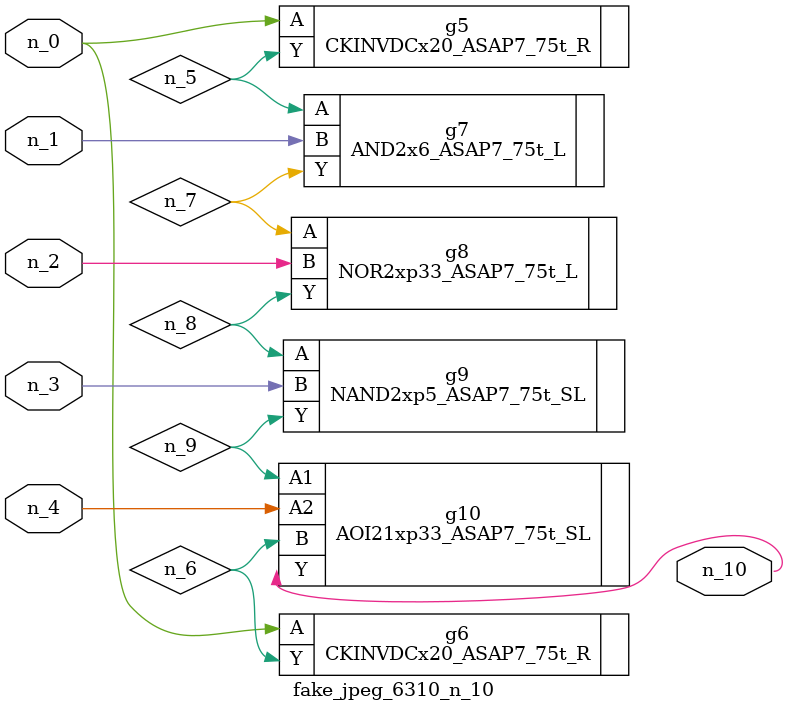
<source format=v>
module fake_jpeg_6310_n_10 (n_3, n_2, n_1, n_0, n_4, n_10);

input n_3;
input n_2;
input n_1;
input n_0;
input n_4;

output n_10;

wire n_8;
wire n_9;
wire n_6;
wire n_5;
wire n_7;

CKINVDCx20_ASAP7_75t_R g5 ( 
.A(n_0),
.Y(n_5)
);

CKINVDCx20_ASAP7_75t_R g6 ( 
.A(n_0),
.Y(n_6)
);

AND2x6_ASAP7_75t_L g7 ( 
.A(n_5),
.B(n_1),
.Y(n_7)
);

NOR2xp33_ASAP7_75t_L g8 ( 
.A(n_7),
.B(n_2),
.Y(n_8)
);

NAND2xp5_ASAP7_75t_SL g9 ( 
.A(n_8),
.B(n_3),
.Y(n_9)
);

AOI21xp33_ASAP7_75t_SL g10 ( 
.A1(n_9),
.A2(n_4),
.B(n_6),
.Y(n_10)
);


endmodule
</source>
